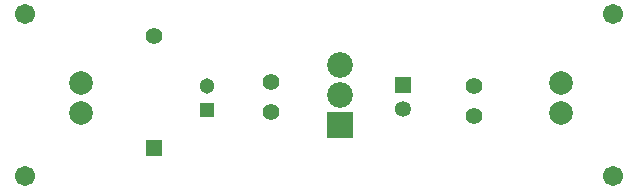
<source format=gbs>
G04 Layer_Color=16711935*
%FSLAX44Y44*%
%MOMM*%
G71*
G01*
G75*
%ADD23C,1.4032*%
%ADD24C,1.3032*%
%ADD25R,1.3032X1.3032*%
%ADD26C,1.3532*%
%ADD27R,1.3532X1.3532*%
%ADD28C,2.0032*%
%ADD29R,1.4032X1.4032*%
%ADD30C,2.1832*%
%ADD31R,2.1832X2.1832*%
%ADD32C,1.7032*%
D23*
X219710Y-68980D02*
D03*
Y-93980D02*
D03*
X391160Y-97390D02*
D03*
Y-72390D02*
D03*
X120650Y-29460D02*
D03*
D24*
X165100Y-72390D02*
D03*
D25*
Y-92390D02*
D03*
D26*
X331470Y-91120D02*
D03*
D27*
Y-71120D02*
D03*
D28*
X58420Y-95250D02*
D03*
Y-69850D02*
D03*
X464820D02*
D03*
Y-95250D02*
D03*
D29*
X120650Y-124460D02*
D03*
D30*
X278130Y-54510D02*
D03*
Y-80010D02*
D03*
D31*
Y-105510D02*
D03*
D32*
X11430Y-11430D02*
D03*
Y-148590D02*
D03*
X509270D02*
D03*
Y-11430D02*
D03*
M02*

</source>
